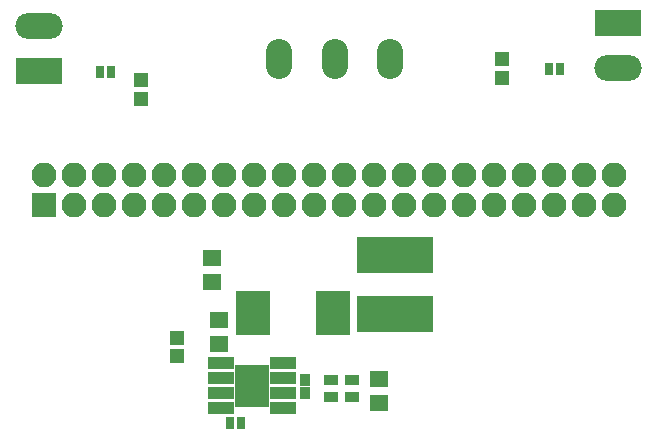
<source format=gts>
G04 #@! TF.GenerationSoftware,KiCad,Pcbnew,(2017-02-06 revision 13395d34d)-master*
G04 #@! TF.CreationDate,2017-03-09T15:05:37-03:00*
G04 #@! TF.ProjectId,beast-phat,62656173742D706861742E6B69636164,rev?*
G04 #@! TF.FileFunction,Soldermask,Top*
G04 #@! TF.FilePolarity,Negative*
%FSLAX46Y46*%
G04 Gerber Fmt 4.6, Leading zero omitted, Abs format (unit mm)*
G04 Created by KiCad (PCBNEW (2017-02-06 revision 13395d34d)-master) date Thu Mar  9 15:05:37 2017*
%MOMM*%
%LPD*%
G01*
G04 APERTURE LIST*
%ADD10C,0.100000*%
%ADD11R,1.150000X1.200000*%
%ADD12R,0.900000X1.000000*%
%ADD13R,1.650000X1.400000*%
%ADD14R,1.200000X1.200000*%
%ADD15R,2.900000X3.700000*%
%ADD16R,6.400000X3.100000*%
%ADD17R,4.000000X2.200000*%
%ADD18O,4.000000X2.200000*%
%ADD19O,2.200000X3.400000*%
%ADD20O,2.100000X2.100000*%
%ADD21R,2.100000X2.100000*%
%ADD22R,0.800000X1.000000*%
%ADD23R,1.300000X0.900000*%
%ADD24R,2.200000X1.000000*%
%ADD25R,2.910000X3.600000*%
G04 APERTURE END LIST*
D10*
D11*
X113700000Y-87150000D03*
X113700000Y-85650000D03*
D12*
X124500000Y-90250000D03*
X124500000Y-89150000D03*
D13*
X117200000Y-86100000D03*
X117200000Y-84100000D03*
X130800000Y-89100000D03*
X130800000Y-91100000D03*
X116600000Y-80900000D03*
X116600000Y-78900000D03*
D14*
X141200000Y-62000000D03*
X141200000Y-63600000D03*
X110600000Y-63800000D03*
X110600000Y-65400000D03*
D15*
X120100000Y-83500000D03*
X126900000Y-83500000D03*
D16*
X132100000Y-83600000D03*
X132100000Y-78600000D03*
D17*
X102000000Y-63000000D03*
D18*
X102000000Y-59190000D03*
X151000000Y-62810000D03*
D17*
X151000000Y-59000000D03*
D19*
X131700000Y-62000000D03*
X127000000Y-62000000D03*
X122300000Y-62000000D03*
D20*
X150625000Y-71810000D03*
X150625000Y-74350000D03*
X148085000Y-71810000D03*
X148085000Y-74350000D03*
X145545000Y-71810000D03*
X145545000Y-74350000D03*
X143005000Y-71810000D03*
X143005000Y-74350000D03*
X140465000Y-71810000D03*
X140465000Y-74350000D03*
X137925000Y-71810000D03*
X137925000Y-74350000D03*
X135385000Y-71810000D03*
X135385000Y-74350000D03*
X132845000Y-71810000D03*
X132845000Y-74350000D03*
X130305000Y-71810000D03*
X130305000Y-74350000D03*
X127765000Y-71810000D03*
X127765000Y-74350000D03*
X125225000Y-71810000D03*
X125225000Y-74350000D03*
X122685000Y-71810000D03*
X122685000Y-74350000D03*
X120145000Y-71810000D03*
X120145000Y-74350000D03*
X117605000Y-71810000D03*
X117605000Y-74350000D03*
X115065000Y-71810000D03*
X115065000Y-74350000D03*
X112525000Y-71810000D03*
X112525000Y-74350000D03*
X109985000Y-71810000D03*
X109985000Y-74350000D03*
X107445000Y-71810000D03*
X107445000Y-74350000D03*
X104905000Y-71810000D03*
X104905000Y-74350000D03*
X102365000Y-71810000D03*
D21*
X102365000Y-74350000D03*
D22*
X146050000Y-62900000D03*
X145150000Y-62900000D03*
X107150000Y-63100000D03*
X108050000Y-63100000D03*
X119050000Y-92800000D03*
X118150000Y-92800000D03*
D23*
X128500000Y-89150000D03*
X128500000Y-90650000D03*
X126700000Y-89150000D03*
X126700000Y-90650000D03*
D24*
X117415000Y-89025000D03*
X122615000Y-89025000D03*
X117415000Y-87755000D03*
X117415000Y-90295000D03*
X117415000Y-91565000D03*
X122615000Y-87755000D03*
X122615000Y-90295000D03*
X122615000Y-91565000D03*
D25*
X120015000Y-89660000D03*
M02*

</source>
